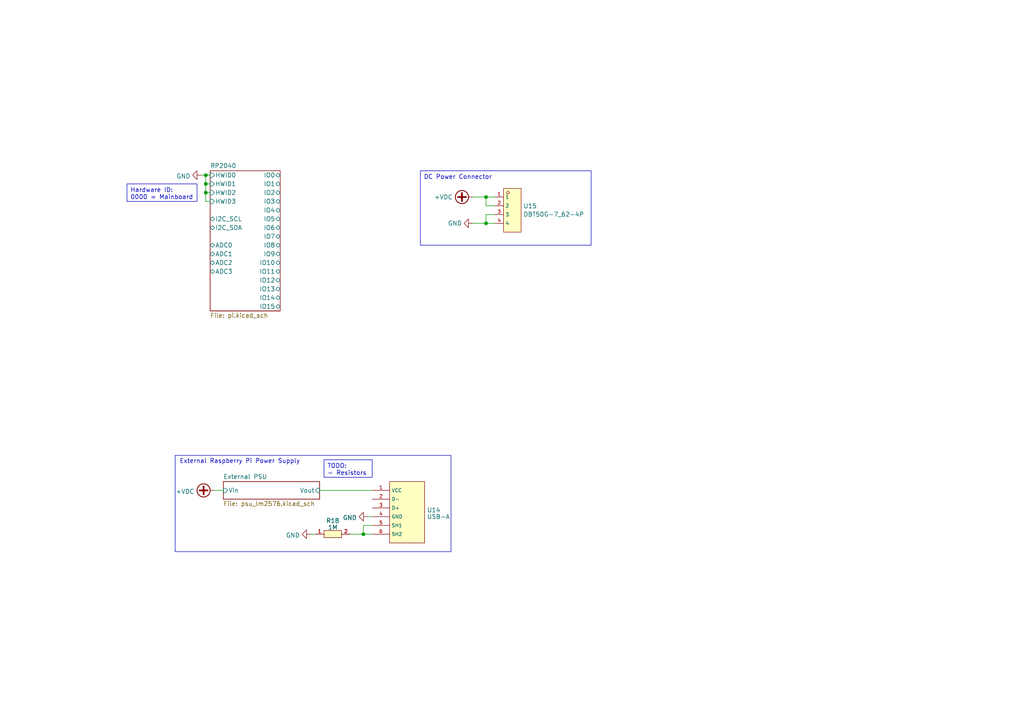
<source format=kicad_sch>
(kicad_sch (version 20230121) (generator eeschema)
  (paper "A4")
  (title_block (title "Dispensy Mainboard") (date "2024-01-10") (rev "0") (company "DrinkRobotics") (comment 1 "https://git.xythobuz.de/thomas/Dispensy") (comment 3 "PCB Thickness: 1mm") (comment 4 "DRAFT DRAFT DRAFT DRAFT DRAFT"))
  (lib_symbols
    (symbol "jlc:AC0402FR-071ML" (pin_names hide)
      (property "Reference" "R" (at 0 1.27 0))
      (property "Value" "AC0402FR-071ML" (at 0 -2.54 0))
      (symbol "AC0402FR-071ML_0_1"
        (rectangle (start -2.54 1.016) (end 2.54 -1.016) (fill (type background)))
        (pin unspecified line (at -5.08 0 0) (length 2.54) (name "1") (number "1"))
        (pin unspecified line (at 5.08 0 180) (length 2.54) (name "2") (number "2"))
      )
    )
    (symbol "jlc:DBT50G-7_62-4P"
      (property "Reference" "U" (at 0 1.27 0))
      (property "Value" "DBT50G-7_62-4P" (at 0 -2.54 0))
      (symbol "DBT50G-7_62-4P_0_1"
        (rectangle (start -2.54 6.35) (end 2.54 -6.35) (fill (type background)))
        (circle (center -1.27 5.08) (radius 0.381) (fill (type background)))
        (pin unspecified line (at -5.08 3.81 0) (length 2.54) (name "1") (number "1"))
        (pin unspecified line (at -5.08 1.27 0) (length 2.54) (name "2") (number "2"))
        (pin unspecified line (at -5.08 -1.27 0) (length 2.54) (name "3") (number "3"))
        (pin unspecified line (at -5.08 -3.81 0) (length 2.54) (name "4") (number "4"))
      )
    )
    (symbol "jlc:U-USBAR04P-F000"
      (property "Reference" "U" (at 0 1.27 0))
      (property "Value" "U-USBAR04P-F000" (at 0 -2.54 0))
      (symbol "U-USBAR04P-F000_0_1"
        (rectangle (start -2.54 10.16) (end 7.62 -7.62) (fill (type background)))
        (pin unspecified line (at -7.62 7.62 0) (length 5.08) (name "VCC") (number "1"))
        (pin unspecified line (at -7.62 5.08 0) (length 5.08) (name "D-") (number "2"))
        (pin unspecified line (at -7.62 2.54 0) (length 5.08) (name "D+") (number "3"))
        (pin unspecified line (at -7.62 0 0) (length 5.08) (name "GND") (number "4"))
        (pin unspecified line (at -7.62 -2.54 0) (length 5.08) (name "SH1") (number "5"))
        (pin unspecified line (at -7.62 -5.08 0) (length 5.08) (name "SH2") (number "6"))
      )
    )
    (symbol "power:+VDC" (power) (pin_names (offset 0))
      (property "Value" "+VDC" (at 0 6.35 0))
      (symbol "+VDC_0_1"
        (polyline (pts (xy -1.143 3.175) (xy 1.143 3.175)) (stroke (width 0.508)))
        (polyline (pts (xy 0 0) (xy 0 1.27)))
        (polyline (pts (xy 0 2.032) (xy 0 4.318)) (stroke (width 0.508)))
        (circle (center 0 3.175) (radius 1.905) (stroke (width 0.254)))
      )
      (symbol "+VDC_1_1"
        (pin power_in line (at 0 0 90) (length 0) hide (name "+VDC") (number "1"))
      )
    )
    (symbol "power:GND" (power) (pin_names (offset 0))
      (property "Value" "GND" (at 0 -3.81 0))
      (symbol "GND_0_1"
        (polyline (pts (xy 0 0) (xy 0 -1.27) (xy 1.27 -1.27) (xy 0 -2.54) (xy -1.27 -1.27) (xy 0 -1.27)))
      )
      (symbol "GND_1_1"
        (pin power_in line (at 0 0 270) (length 0) hide (name "GND") (number "1"))
      )
    )
  )
  (junction (at 140.97 57.15))
  (junction (at 140.97 64.77))
  (junction (at 105.41 154.94))
  (junction (at 59.69 53.34))
  (junction (at 59.69 55.88))
  (junction (at 59.69 50.8))
  (wire (pts (xy 105.41 154.94) (xy 101.6 154.94)))
  (wire (pts (xy 58.42 50.8) (xy 59.69 50.8)))
  (wire (pts (xy 140.97 62.23) (xy 140.97 64.77)))
  (wire (pts (xy 143.51 62.23) (xy 140.97 62.23)))
  (wire (pts (xy 106.68 149.86) (xy 107.95 149.86)))
  (wire (pts (xy 60.96 58.42) (xy 59.69 58.42)))
  (wire (pts (xy 59.69 58.42) (xy 59.69 55.88)))
  (wire (pts (xy 140.97 59.69) (xy 140.97 57.15)))
  (wire (pts (xy 137.16 64.77) (xy 140.97 64.77)))
  (wire (pts (xy 90.17 154.94) (xy 91.44 154.94)))
  (wire (pts (xy 140.97 57.15) (xy 143.51 57.15)))
  (wire (pts (xy 59.69 55.88) (xy 59.69 53.34)))
  (wire (pts (xy 105.41 152.4) (xy 105.41 154.94)))
  (wire (pts (xy 62.23 142.24) (xy 64.77 142.24)))
  (wire (pts (xy 60.96 53.34) (xy 59.69 53.34)))
  (wire (pts (xy 107.95 152.4) (xy 105.41 152.4)))
  (wire (pts (xy 137.16 57.15) (xy 140.97 57.15)))
  (wire (pts (xy 143.51 59.69) (xy 140.97 59.69)))
  (wire (pts (xy 59.69 53.34) (xy 59.69 50.8)))
  (wire (pts (xy 92.71 142.24) (xy 107.95 142.24)))
  (wire (pts (xy 140.97 64.77) (xy 143.51 64.77)))
  (wire (pts (xy 59.69 50.8) (xy 60.96 50.8)))
  (wire (pts (xy 59.69 55.88) (xy 60.96 55.88)))
  (wire (pts (xy 105.41 154.94) (xy 107.95 154.94)))
  (rectangle (start 50.8 132.08) (end 130.81 160.02))
  (text_box "Hardware ID:\n0000 = Mainboard" (at 36.83 53.34 0) (size 20.32 5.08) (effects (font (size 1.27 1.27)) (justify left top)))
  (text_box "DC Power Connector" (at 121.92 49.53 0) (size 49.53 21.59) (effects (font (size 1.27 1.27)) (justify left top)))
  (text_box "TODO:\n- Resistors" (at 93.98 133.35 0) (size 13.97 5.08) (effects (font (size 1.27 1.27)) (justify left top)))
  (text "External Raspberry Pi Power Supply" (at 52.07 134.62 0) (effects (font (size 1.27 1.27)) (justify left bottom)))
  (symbol (lib_id "power:GND") (at 106.68 149.86 270) (unit 1)
    (property "Reference" "#PWR052" (effects hide))
    (property "Value" "GND" (at 103.5051 150.1768 90) (effects (justify right)))
  )
  (symbol (lib_id "jlc:U-USBAR04P-F000") (at 115.57 149.86 0) (unit 1)
    (property "Reference" "U14" (at 123.825 147.9463 0) (effects (justify left)))
    (property "Value" "USB-A" (at 123.825 149.8673 0) (effects (justify left)))
    (property "Footprint" "jlc_footprints:USB-A-TH_USB-302-T" (effects hide))
    (property "Datasheet" "https://item.szlcsc.com/113689.html" (effects hide))
    (property "LCSC" "C386740" (effects hide))
  )
  (symbol (lib_id "power:GND") (at 90.17 154.94 270) (unit 1)
    (property "Reference" "#PWR053" (effects hide))
    (property "Value" "GND" (at 86.9951 155.2568 90) (effects (justify right)))
  )
  (symbol (lib_id "power:+VDC") (at 137.16 57.15 90) (unit 1)
    (property "Reference" "#PWR054" (effects hide))
    (property "Value" "+VDC" (at 131.318 57.15 90) (effects (justify left)))
  )
  (symbol (lib_id "jlc:DBT50G-7_62-4P") (at 148.59 60.96 0) (unit 1)
    (property "Reference" "U15" (at 151.765 59.7479 0) (effects (justify left)))
    (property "Value" "DBT50G-7_62-4P" (at 151.765 62.1721 0) (effects (justify left)))
    (property "Footprint" "jlc_footprints:CONN-TH_4P-P7.62_L15.2-W31.7-EX4.2" (effects hide))
    (property "Datasheet" "https://item.szlcsc.com/512151.html?ref=editor&logined=true" (effects hide))
    (property "LCSC" "C496132" (effects hide))
  )
  (symbol (lib_id "jlc:AC0402FR-071ML") (at 96.52 154.94 0) (unit 1)
    (property "Reference" "R18" (at 96.52 151.0411 0))
    (property "Value" "1M" (at 96.52 152.9621 0))
    (property "Footprint" "jlc_footprints:R0402" (effects hide))
    (property "Datasheet" "https://item.szlcsc.com/323315.html" (effects hide))
    (property "LCSC" "C144787" (effects hide))
    (property "Resistance" "1MΩ" (effects hide))
  )
  (symbol (lib_id "power:GND") (at 58.42 50.8 270) (unit 1)
    (property "Reference" "#PWR051" (effects hide))
    (property "Value" "GND" (at 55.2451 51.1168 90) (effects (justify right)))
  )
  (symbol (lib_id "power:+VDC") (at 62.23 142.24 90) (unit 1)
    (property "Reference" "#PWR050" (effects hide))
    (property "Value" "+VDC" (at 56.388 142.5568 90) (effects (justify left)))
  )
  (symbol (lib_id "power:GND") (at 137.16 64.77 270) (unit 1)
    (property "Reference" "#PWR055" (effects hide))
    (property "Value" "GND" (at 133.9851 64.77 90) (effects (justify right)))
  )
  (sheet (at 64.77 139.7) (size 27.94 5.08) (stroke (width 0.1524))
    (property "Sheetname" "External PSU" (at 64.77 138.9884 0) (effects (justify left bottom)))
    (property "Sheetfile" "psu_lm2576.kicad_sch" (at 64.77 145.3646 0) (effects (justify left top)))
    (pin "Vout" input (at 92.71 142.24 0))
    (pin "Vin" input (at 64.77 142.24 180))
  )
  (sheet (at 60.96 49.53) (size 20.32 40.64) (stroke (width 0.1524))
    (property "Sheetname" "RP2040" (at 60.96 48.8184 0) (effects (justify left bottom)))
    (property "Sheetfile" "pi.kicad_sch" (at 60.96 90.7546 0) (effects (justify left top)))
    (pin "IO8" bidirectional (at 81.28 71.12 0))
    (pin "IO9" bidirectional (at 81.28 73.66 0))
    (pin "IO5" bidirectional (at 81.28 63.5 0))
    (pin "IO6" bidirectional (at 81.28 66.04 0))
    (pin "IO7" bidirectional (at 81.28 68.58 0))
    (pin "IO4" bidirectional (at 81.28 60.96 0))
    (pin "IO3" bidirectional (at 81.28 58.42 0))
    (pin "IO2" bidirectional (at 81.28 55.88 0))
    (pin "IO1" bidirectional (at 81.28 53.34 0))
    (pin "IO0" bidirectional (at 81.28 50.8 0))
    (pin "IO15" bidirectional (at 81.28 88.9 0))
    (pin "IO14" bidirectional (at 81.28 86.36 0))
    (pin "ADC1" bidirectional (at 60.96 73.66 180))
    (pin "ADC2" bidirectional (at 60.96 76.2 180))
    (pin "ADC3" bidirectional (at 60.96 78.74 180))
    (pin "ADC0" bidirectional (at 60.96 71.12 180))
    (pin "IO12" bidirectional (at 81.28 81.28 0))
    (pin "I2C_SDA" bidirectional (at 60.96 66.04 180))
    (pin "IO13" bidirectional (at 81.28 83.82 0))
    (pin "IO10" bidirectional (at 81.28 76.2 0))
    (pin "IO11" bidirectional (at 81.28 78.74 0))
    (pin "I2C_SCL" bidirectional (at 60.96 63.5 180))
    (pin "HWID2" input (at 60.96 55.88 180))
    (pin "HWID3" input (at 60.96 58.42 180))
    (pin "HWID0" input (at 60.96 50.8 180))
    (pin "HWID1" input (at 60.96 53.34 180))
  )
)
</source>
